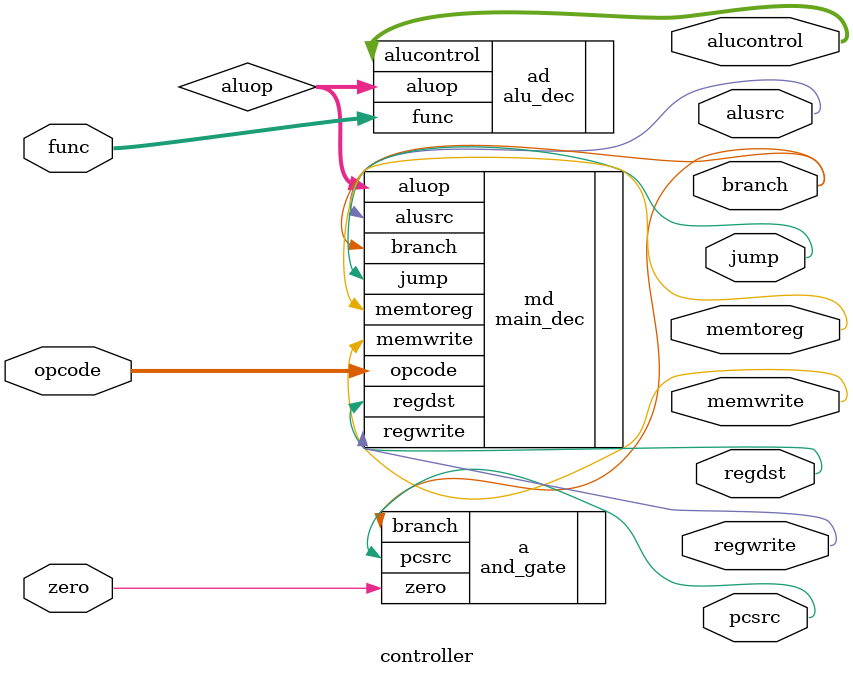
<source format=v>
`include"main_dec.v"
`include"alu_dec.v"
`include"and_gate.v"

module controller(opcode,func,zero,pcsrc,memtoreg,memwrite,alusrc,alucontrol,regdst,regwrite,jump,branch);

input[5:0]opcode,func;
input zero;
output memtoreg,memwrite,pcsrc,alusrc,regdst,regwrite,jump;
output[2:0]alucontrol;
wire[1:0]aluop;
output branch;

main_dec md(.opcode(opcode), .memtoreg(memtoreg), .memwrite(memwrite), .branch(branch), .alusrc(alusrc), .regdst(regdst), .regwrite(regwrite), .aluop(aluop), .jump(jump ));

alu_dec ad(.aluop(aluop), .func(func), .alucontrol(alucontrol));
and_gate a(.branch(branch), .zero(zero), .pcsrc(pcsrc));

endmodule

</source>
